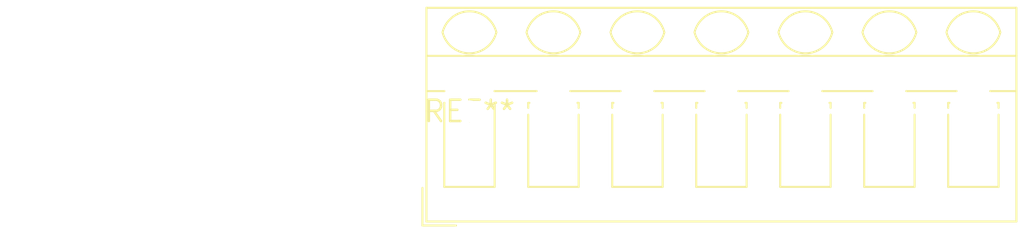
<source format=kicad_pcb>
(kicad_pcb (version 20240108) (generator pcbnew)
  (layers (0 "F.Cu" signal) (31 "B.Cu" signal) (34 "B.Paste" user) (35 "F.Paste" user) (36 "B.SilkS" user "B.Silkscreen") (37 "F.SilkS" user "F.Silkscreen") (38 "B.Mask" user) (39 "F.Mask" user) (44 "Edge.Cuts" user))
  (net 0 "")
  (footprint "TerminalBlock_RND_205-00061_1x07_P5.00mm_45Degree" (layer "F.Cu") (at 0 0)
    (property "Reference" "REF**")
    (property "Value" "TerminalBlock_RND_205-00061_1x07_P5.00mm_45Degree")
    (fp_line (start -2.8 4.56) (end -2.8 6.8) (layer "F.SilkS") (stroke (width 0.12)))
    (fp_line (start -2.8 6.8) (end -0.8 6.8) (layer "F.SilkS") (stroke (width 0.12)))
    (fp_line (start -2.56 -6.16) (end -2.56 6.56) (layer "F.SilkS") (stroke (width 0.12)))
    (fp_line (start -2.56 -6.16) (end 32.56 -6.16) (layer "F.SilkS") (stroke (width 0.12)))
    (fp_line (start -2.56 -3.301) (end 32.56 -3.301) (layer "F.SilkS") (stroke (width 0.12)))
    (fp_line (start -2.56 -1.201) (end -1.49 -1.201) (layer "F.SilkS") (stroke (width 0.12)))
    (fp_line (start -2.56 6.56) (end 32.56 6.56) (layer "F.SilkS") (stroke (width 0.12)))
    (fp_line (start -1.5 -0.5) (end -1.5 4.5) (layer "F.SilkS") (stroke (width 0.12)))
    (fp_line (start -1.5 -0.5) (end -1.49 -0.5) (layer "F.SilkS") (stroke (width 0.12)))
    (fp_line (start -1.5 4.5) (end 1.5 4.5) (layer "F.SilkS") (stroke (width 0.12)))
    (fp_line (start 1.49 -1.201) (end 4 -1.201) (layer "F.SilkS") (stroke (width 0.12)))
    (fp_line (start 1.49 -0.5) (end 1.5 -0.5) (layer "F.SilkS") (stroke (width 0.12)))
    (fp_line (start 1.5 -0.5) (end 1.5 4.5) (layer "F.SilkS") (stroke (width 0.12)))
    (fp_line (start 3.5 -0.5) (end 3.5 -0.202) (layer "F.SilkS") (stroke (width 0.12)))
    (fp_line (start 3.5 -0.5) (end 3.57 -0.5) (layer "F.SilkS") (stroke (width 0.12)))
    (fp_line (start 3.5 0.202) (end 3.5 4.5) (layer "F.SilkS") (stroke (width 0.12)))
    (fp_line (start 3.5 4.5) (end 6.5 4.5) (layer "F.SilkS") (stroke (width 0.12)))
    (fp_line (start 6.001 -1.201) (end 9 -1.201) (layer "F.SilkS") (stroke (width 0.12)))
    (fp_line (start 6.431 -0.5) (end 6.5 -0.5) (layer "F.SilkS") (stroke (width 0.12)))
    (fp_line (start 6.5 -0.5) (end 6.5 -0.202) (layer "F.SilkS") (stroke (width 0.12)))
    (fp_line (start 6.5 0.202) (end 6.5 4.5) (layer "F.SilkS") (stroke (width 0.12)))
    (fp_line (start 8.5 -0.5) (end 8.5 -0.202) (layer "F.SilkS") (stroke (width 0.12)))
    (fp_line (start 8.5 -0.5) (end 8.57 -0.5) (layer "F.SilkS") (stroke (width 0.12)))
    (fp_line (start 8.5 0.202) (end 8.5 4.5) (layer "F.SilkS") (stroke (width 0.12)))
    (fp_line (start 8.5 4.5) (end 11.5 4.5) (layer "F.SilkS") (stroke (width 0.12)))
    (fp_line (start 11.001 -1.201) (end 14 -1.201) (layer "F.SilkS") (stroke (width 0.12)))
    (fp_line (start 11.431 -0.5) (end 11.5 -0.5) (layer "F.SilkS") (stroke (width 0.12)))
    (fp_line (start 11.5 -0.5) (end 11.5 -0.202) (layer "F.SilkS") (stroke (width 0.12)))
    (fp_line (start 11.5 0.202) (end 11.5 4.5) (layer "F.SilkS") (stroke (width 0.12)))
    (fp_line (start 13.5 -0.5) (end 13.5 -0.202) (layer "F.SilkS") (stroke (width 0.12)))
    (fp_line (start 13.5 -0.5) (end 13.57 -0.5) (layer "F.SilkS") (stroke (width 0.12)))
    (fp_line (start 13.5 0.202) (end 13.5 4.5) (layer "F.SilkS") (stroke (width 0.12)))
    (fp_line (start 13.5 4.5) (end 16.5 4.5) (layer "F.SilkS") (stroke (width 0.12)))
    (fp_line (start 16.001 -1.201) (end 19 -1.201) (layer "F.SilkS") (stroke (width 0.12)))
    (fp_line (start 16.431 -0.5) (end 16.5 -0.5) (layer "F.SilkS") (stroke (width 0.12)))
    (fp_line (start 16.5 -0.5) (end 16.5 -0.202) (layer "F.SilkS") (stroke (width 0.12)))
    (fp_line (start 16.5 0.202) (end 16.5 4.5) (layer "F.SilkS") (stroke (width 0.12)))
    (fp_line (start 18.5 -0.5) (end 18.5 -0.202) (layer "F.SilkS") (stroke (width 0.12)))
    (fp_line (start 18.5 -0.5) (end 18.57 -0.5) (layer "F.SilkS") (stroke (width 0.12)))
    (fp_line (start 18.5 0.202) (end 18.5 4.5) (layer "F.SilkS") (stroke (width 0.12)))
    (fp_line (start 18.5 4.5) (end 21.5 4.5) (layer "F.SilkS") (stroke (width 0.12)))
    (fp_line (start 21.001 -1.201) (end 24 -1.201) (layer "F.SilkS") (stroke (width 0.12)))
    (fp_line (start 21.431 -0.5) (end 21.5 -0.5) (layer "F.SilkS") (stroke (width 0.12)))
    (fp_line (start 21.5 -0.5) (end 21.5 -0.202) (layer "F.SilkS") (stroke (width 0.12)))
    (fp_line (start 21.5 0.202) (end 21.5 4.5) (layer "F.SilkS") (stroke (width 0.12)))
    (fp_line (start 23.5 -0.5) (end 23.5 -0.202) (layer "F.SilkS") (stroke (width 0.12)))
    (fp_line (start 23.5 -0.5) (end 23.57 -0.5) (layer "F.SilkS") (stroke (width 0.12)))
    (fp_line (start 23.5 0.202) (end 23.5 4.5) (layer "F.SilkS") (stroke (width 0.12)))
    (fp_line (start 23.5 4.5) (end 26.5 4.5) (layer "F.SilkS") (stroke (width 0.12)))
    (fp_line (start 26.001 -1.201) (end 29 -1.201) (layer "F.SilkS") (stroke (width 0.12)))
    (fp_line (start 26.431 -0.5) (end 26.5 -0.5) (layer "F.SilkS") (stroke (width 0.12)))
    (fp_line (start 26.5 -0.5) (end 26.5 -0.202) (layer "F.SilkS") (stroke (width 0.12)))
    (fp_line (start 26.5 0.202) (end 26.5 4.5) (layer "F.SilkS") (stroke (width 0.12)))
    (fp_line (start 28.5 -0.5) (end 28.5 -0.202) (layer "F.SilkS") (stroke (width 0.12)))
    (fp_line (start 28.5 -0.5) (end 28.57 -0.5) (layer "F.SilkS") (stroke (width 0.12)))
    (fp_line (start 28.5 0.202) (end 28.5 4.5) (layer "F.SilkS") (stroke (width 0.12)))
    (fp_line (start 28.5 4.5) (end 31.5 4.5) (layer "F.SilkS") (stroke (width 0.12)))
    (fp_line (start 31.001 -1.201) (end 32.56 -1.201) (layer "F.SilkS") (stroke (width 0.12)))
    (fp_line (start 31.431 -0.5) (end 31.5 -0.5) (layer "F.SilkS") (stroke (width 0.12)))
    (fp_line (start 31.5 -0.5) (end 31.5 -0.202) (layer "F.SilkS") (stroke (width 0.12)))
    (fp_line (start 31.5 0.202) (end 31.5 4.5) (layer "F.SilkS") (stroke (width 0.12)))
    (fp_line (start 32.56 -6.16) (end 32.56 6.56) (layer "F.SilkS") (stroke (width 0.12)))
    (fp_arc (start -1.600914 -4.700344) (mid 0.000177 -5.95097) (end 1.601 -4.7) (layer "F.SilkS") (stroke (width 0.12)))
    (fp_arc (start 1.6 -4.7) (mid -6.4e-05 -3.45) (end -1.600031 -4.700125) (layer "F.SilkS") (stroke (width 0.12)))
    (fp_arc (start 3.399086 -4.700344) (mid 5.000177 -5.95097) (end 6.601 -4.7) (layer "F.SilkS") (stroke (width 0.12)))
    (fp_arc (start 6.6 -4.7) (mid 4.999936 -3.45) (end 3.399969 -4.700125) (layer "F.SilkS") (stroke (width 0.12)))
    (fp_arc (start 8.399086 -4.700344) (mid 10.000177 -5.95097) (end 11.601 -4.7) (layer "F.SilkS") (stroke (width 0.12)))
    (fp_arc (start 11.6 -4.7) (mid 9.999936 -3.45) (end 8.399969 -4.700125) (layer "F.SilkS") (stroke (width 0.12)))
    (fp_arc (start 13.399086 -4.700344) (mid 15.000177 -5.95097) (end 16.601 -4.7) (layer "F.SilkS") (stroke (width 0.12)))
    (fp_arc (start 16.6 -4.7) (mid 14.999936 -3.45) (end 13.399969 -4.700125) (layer "F.SilkS") (stroke (width 0.12)))
    (fp_arc (start 18.399086 -4.700344) (mid 20.000177 -5.95097) (end 21.601 -4.7) (layer "F.SilkS") (stroke (width 0.12)))
    (fp_arc (start 21.6 -4.7) (mid 19.999936 -3.45) (end 18.399969 -4.700125) (layer "F.SilkS") (stroke (width 0.12)))
    (fp_arc (start 23.399086 -4.700344) (mid 25.000177 -5.95097) (end 26.601 -4.7) (layer "F.SilkS") (stroke (width 0.12)))
    (fp_arc (start 26.6 -4.7) (mid 24.999936 -3.45) (end 23.399969 -4.700125) (layer "F.SilkS") (stroke (width 0.12)))
    (fp_arc (start 28.399086 -4.700344) (mid 30.000177 -5.95097) (end 31.601 -4.7) (layer "F.SilkS") (stroke (width 0.12)))
    (fp_arc (start 31.6 -4.7) (mid 29.999936 -3.45) (end 28.399969 -4.700125) (layer "F.SilkS") (stroke (width 0.12)))
    (pad "1" thru_hole rect (at 0 0) (size 2.5 2.5) (drill 1.3) (layers *.Cu *.Mask) (remove_unused_layers))
    (pad "2" thru_hole circle (at 5 0) (size 2.5 2.5) (drill 1.3) (layers *.Cu *.Mask) (remove_unused_layers))
    (pad "3" thru_hole circle (at 10 0) (size 2.5 2.5) (drill 1.3) (layers *.Cu *.Mask) (remove_unused_layers))
    (pad "4" thru_hole circle (at 15 0) (size 2.5 2.5) (drill 1.3) (layers *.Cu *.Mask) (remove_unused_layers))
    (pad "5" thru_hole circle (at 20 0) (size 2.5 2.5) (drill 1.3) (layers *.Cu *.Mask) (remove_unused_layers))
    (pad "6" thru_hole circle (at 25 0) (size 2.5 2.5) (drill 1.3) (layers *.Cu *.Mask) (remove_unused_layers))
    (pad "7" thru_hole circle (at 30 0) (size 2.5 2.5) (drill 1.3) (layers *.Cu *.Mask) (remove_unused_layers))
  )
)
</source>
